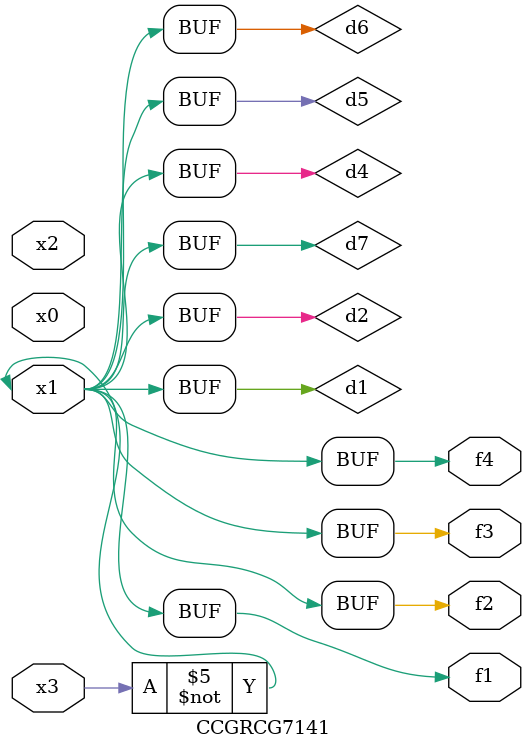
<source format=v>
module CCGRCG7141(
	input x0, x1, x2, x3,
	output f1, f2, f3, f4
);

	wire d1, d2, d3, d4, d5, d6, d7;

	not (d1, x3);
	buf (d2, x1);
	xnor (d3, d1, d2);
	nor (d4, d1);
	buf (d5, d1, d2);
	buf (d6, d4, d5);
	nand (d7, d4);
	assign f1 = d6;
	assign f2 = d7;
	assign f3 = d6;
	assign f4 = d6;
endmodule

</source>
